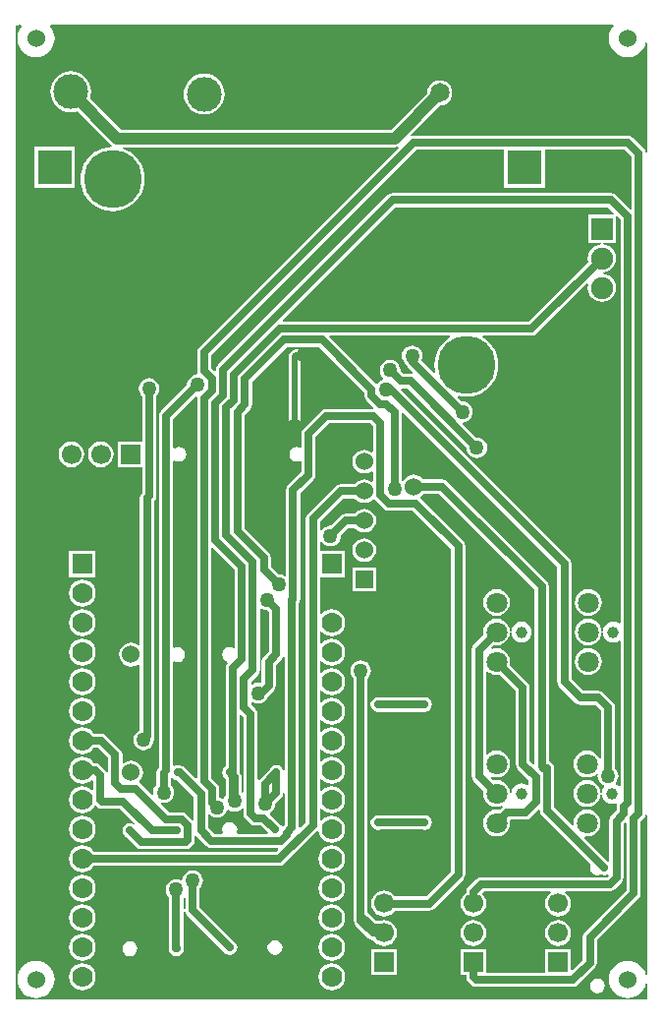
<source format=gtl>
G04 Layer_Physical_Order=1*
G04 Layer_Color=25308*
%FSLAX24Y24*%
%MOIN*%
G70*
G01*
G75*
%ADD10C,0.0394*%
%ADD11C,0.0276*%
%ADD12C,0.0197*%
%ADD13C,0.0650*%
%ADD14C,0.1969*%
%ADD15R,0.1181X0.1181*%
%ADD16C,0.1181*%
%ADD17C,0.0600*%
%ADD18R,0.0600X0.0600*%
%ADD19C,0.0394*%
%ADD20C,0.0709*%
%ADD21C,0.0750*%
%ADD22R,0.0750X0.0750*%
%ADD23C,0.0669*%
%ADD24R,0.0669X0.0669*%
%ADD25R,0.0669X0.0669*%
%ADD26R,0.0700X0.0700*%
%ADD27C,0.0700*%
%ADD28C,0.0500*%
G36*
X19068Y21548D02*
Y17728D01*
X19018Y17723D01*
X19015Y17735D01*
X18960Y17818D01*
X18877Y17873D01*
X18780Y17893D01*
X18682Y17873D01*
X18599Y17818D01*
X18564Y17765D01*
X18229Y17430D01*
X18205Y17394D01*
X18155Y17409D01*
Y19623D01*
X18136Y19715D01*
X18084Y19794D01*
X17931Y19947D01*
Y20023D01*
X17976Y20045D01*
X18003Y20024D01*
X18089Y19989D01*
X18180Y19977D01*
X18271Y19989D01*
X18357Y20024D01*
X18430Y20080D01*
X18486Y20153D01*
X18506Y20204D01*
X18701Y20399D01*
X18754Y20477D01*
X18772Y20570D01*
Y21288D01*
X18907Y21422D01*
X18960Y21458D01*
X19015Y21540D01*
X19018Y21553D01*
X19068Y21548D01*
D02*
G37*
G36*
X28318Y24630D02*
Y20730D01*
X28336Y20637D01*
X28389Y20559D01*
X28949Y19999D01*
X29027Y19946D01*
X29120Y19928D01*
X29610D01*
X29798Y19740D01*
Y18120D01*
X29748Y18110D01*
X29728Y18158D01*
X29655Y18253D01*
X29560Y18326D01*
X29449Y18372D01*
X29331Y18387D01*
X29212Y18372D01*
X29102Y18326D01*
X29007Y18253D01*
X28934Y18158D01*
X28888Y18048D01*
X28872Y17929D01*
X28888Y17811D01*
X28934Y17700D01*
X29007Y17605D01*
X29102Y17532D01*
X29212Y17486D01*
X29331Y17471D01*
X29449Y17486D01*
X29560Y17532D01*
X29646Y17598D01*
X29678Y17586D01*
X29693Y17574D01*
X29687Y17530D01*
X29699Y17439D01*
X29734Y17353D01*
X29790Y17280D01*
X29863Y17224D01*
X29900Y17209D01*
X29914Y17149D01*
X29879Y17104D01*
X29844Y17019D01*
X29836Y16957D01*
X29785D01*
X29773Y17048D01*
X29728Y17158D01*
X29655Y17253D01*
X29560Y17326D01*
X29449Y17372D01*
X29331Y17387D01*
X29212Y17372D01*
X29102Y17326D01*
X29007Y17253D01*
X28934Y17158D01*
X28888Y17048D01*
X28872Y16929D01*
X28888Y16811D01*
X28934Y16700D01*
X29007Y16605D01*
X29102Y16532D01*
X29212Y16487D01*
X29331Y16471D01*
X29449Y16487D01*
X29560Y16532D01*
X29655Y16605D01*
X29728Y16700D01*
X29773Y16811D01*
X29785Y16901D01*
X29836D01*
X29844Y16839D01*
X29879Y16755D01*
X29934Y16682D01*
X30007Y16627D01*
X30091Y16592D01*
X30181Y16580D01*
X30271Y16592D01*
X30312Y16609D01*
X30323Y16603D01*
X30351Y16571D01*
X30336Y16492D01*
Y16349D01*
X30159Y16171D01*
X30106Y16093D01*
X30088Y16000D01*
Y14651D01*
X30041Y14632D01*
X29241Y15432D01*
X29265Y15480D01*
X29331Y15471D01*
X29449Y15487D01*
X29560Y15532D01*
X29655Y15605D01*
X29728Y15700D01*
X29773Y15811D01*
X29789Y15929D01*
X29773Y16048D01*
X29728Y16158D01*
X29655Y16253D01*
X29560Y16326D01*
X29449Y16372D01*
X29331Y16387D01*
X29212Y16372D01*
X29102Y16326D01*
X29007Y16253D01*
X28934Y16158D01*
X28888Y16048D01*
X28872Y15929D01*
X28881Y15863D01*
X28834Y15840D01*
X28212Y16461D01*
X28212Y17789D01*
Y17789D01*
Y17789D01*
X28205Y17826D01*
X28194Y17881D01*
X28194Y17881D01*
Y17881D01*
X28167Y17921D01*
X28141Y17960D01*
X28141D01*
Y17960D01*
X28102Y17986D01*
X28062Y18013D01*
X28062D01*
X28062Y18013D01*
X28042Y18017D01*
Y23950D01*
X28024Y24043D01*
X27971Y24121D01*
X24587Y27506D01*
X24508Y27559D01*
X24415Y27577D01*
X23772D01*
X23739Y27620D01*
X23656Y27684D01*
X23558Y27724D01*
X23454Y27738D01*
X23350Y27724D01*
X23252Y27684D01*
X23169Y27620D01*
X23105Y27536D01*
X23093Y27508D01*
X23092Y27507D01*
X23042Y27517D01*
Y29834D01*
X23067Y29853D01*
X23085Y29863D01*
X28318Y24630D01*
D02*
G37*
G36*
X18303Y23184D02*
X18389Y23149D01*
X18480Y23137D01*
X18489Y23138D01*
X18537Y23090D01*
Y21738D01*
X18359Y21560D01*
X18306Y21481D01*
X18288Y21388D01*
Y20717D01*
X18286Y20714D01*
X18238Y20675D01*
X18180Y20683D01*
X18089Y20671D01*
X18003Y20636D01*
X17976Y20615D01*
X17931Y20637D01*
Y20721D01*
X18161Y20951D01*
X18214Y21030D01*
X18232Y21123D01*
Y23182D01*
X18277Y23204D01*
X18303Y23184D01*
D02*
G37*
G36*
X16105Y30361D02*
X16096Y30319D01*
Y17462D01*
X16050Y17443D01*
X15684Y17809D01*
X15605Y17862D01*
X15512Y17880D01*
X15496D01*
X15433Y17893D01*
X15336Y17873D01*
X15327Y17867D01*
X15282Y17891D01*
Y21385D01*
X15327Y21408D01*
X15336Y21402D01*
X15433Y21383D01*
X15531Y21402D01*
X15613Y21458D01*
X15669Y21540D01*
X15688Y21638D01*
X15669Y21735D01*
X15613Y21818D01*
X15531Y21873D01*
X15433Y21893D01*
X15336Y21873D01*
X15327Y21867D01*
X15282Y21891D01*
Y28202D01*
X15332Y28229D01*
X15391Y28190D01*
X15488Y28170D01*
X15586Y28190D01*
X15668Y28245D01*
X15724Y28328D01*
X15743Y28425D01*
X15724Y28523D01*
X15668Y28605D01*
X15586Y28661D01*
X15488Y28680D01*
X15391Y28661D01*
X15332Y28622D01*
X15282Y28649D01*
Y29610D01*
X16058Y30386D01*
X16105Y30361D01*
D02*
G37*
G36*
X17372Y24519D02*
Y21880D01*
X17328Y21856D01*
X17302Y21873D01*
X17205Y21893D01*
X17107Y21873D01*
X17024Y21818D01*
X16969Y21735D01*
X16950Y21638D01*
X16969Y21540D01*
X17024Y21458D01*
X17106Y21403D01*
X17109Y21401D01*
X17127Y21347D01*
X17089Y21290D01*
X17071Y21197D01*
Y17849D01*
X17024Y17818D01*
X16969Y17735D01*
X16950Y17638D01*
X16969Y17540D01*
X17024Y17458D01*
X17071Y17427D01*
Y16868D01*
X17054Y16847D01*
X17025Y16776D01*
X16973Y16753D01*
X16957Y16766D01*
X16871Y16801D01*
X16848Y16804D01*
Y17076D01*
X16830Y17168D01*
X16777Y17247D01*
X16581Y17443D01*
Y25244D01*
X16627Y25263D01*
X17372Y24519D01*
D02*
G37*
G36*
X17670Y16408D02*
Y16260D01*
X17688Y16167D01*
X17741Y16089D01*
X17909Y15921D01*
X17987Y15868D01*
X18080Y15850D01*
X18256D01*
X18493Y15612D01*
X18473Y15562D01*
X17468D01*
X17439Y15603D01*
X17440Y15612D01*
X17460Y15709D01*
X17440Y15806D01*
X17385Y15889D01*
X17302Y15944D01*
X17205Y15964D01*
X17107Y15944D01*
X17024Y15889D01*
X16969Y15806D01*
X16950Y15709D01*
X16969Y15612D01*
X16970Y15603D01*
X16942Y15562D01*
X16690D01*
X16472Y15780D01*
Y16204D01*
X16522Y16221D01*
X16530Y16210D01*
X16603Y16154D01*
X16689Y16119D01*
X16780Y16107D01*
X16871Y16119D01*
X16957Y16154D01*
X17030Y16210D01*
X17086Y16283D01*
X17115Y16354D01*
X17167Y16377D01*
X17183Y16364D01*
X17269Y16329D01*
X17360Y16317D01*
X17365Y16318D01*
X17370Y16317D01*
X17461Y16329D01*
X17547Y16364D01*
X17620Y16420D01*
X17622Y16424D01*
X17670Y16408D01*
D02*
G37*
G36*
X19068Y16932D02*
Y15880D01*
X19018Y15831D01*
X18954Y15838D01*
X18920Y15889D01*
X18867Y15924D01*
X18567Y16225D01*
X18572Y16251D01*
X18583Y16279D01*
X18650Y16330D01*
X18706Y16403D01*
X18741Y16489D01*
X18753Y16580D01*
X18752Y16589D01*
X18951Y16788D01*
X19004Y16867D01*
X19018Y16937D01*
X19068Y16932D01*
D02*
G37*
G36*
X15336Y17402D02*
X15422Y17385D01*
X15988Y16820D01*
Y16048D01*
X15938Y16027D01*
X15733Y16231D01*
X15654Y16284D01*
X15561Y16302D01*
X15140D01*
X14865Y16578D01*
X14889Y16625D01*
X14961Y16615D01*
X15052Y16628D01*
X15137Y16663D01*
X15210Y16719D01*
X15266Y16792D01*
X15302Y16877D01*
X15314Y16968D01*
X15302Y17060D01*
X15266Y17145D01*
X15210Y17218D01*
X15203Y17224D01*
Y17442D01*
X15253Y17458D01*
X15336Y17402D01*
D02*
G37*
G36*
X26031Y21005D02*
X26141Y20959D01*
X26260Y20943D01*
X26362Y20957D01*
X26908Y20411D01*
Y17930D01*
X26926Y17837D01*
X26979Y17759D01*
X27352Y17385D01*
Y17237D01*
X27307Y17215D01*
X27285Y17231D01*
X27201Y17266D01*
X27110Y17278D01*
X27020Y17266D01*
X26936Y17231D01*
X26863Y17176D01*
X26808Y17104D01*
X26773Y17019D01*
X26765Y16957D01*
X26714D01*
X26703Y17048D01*
X26657Y17158D01*
X26584Y17253D01*
X26489Y17326D01*
X26378Y17372D01*
X26260Y17387D01*
X26158Y17374D01*
X26070Y17462D01*
X26098Y17504D01*
X26141Y17486D01*
X26260Y17471D01*
X26378Y17486D01*
X26489Y17532D01*
X26584Y17605D01*
X26657Y17700D01*
X26702Y17811D01*
X26718Y17929D01*
X26702Y18048D01*
X26657Y18158D01*
X26584Y18253D01*
X26489Y18326D01*
X26378Y18372D01*
X26260Y18387D01*
X26141Y18372D01*
X26031Y18326D01*
X25952Y18266D01*
X25902Y18288D01*
Y21043D01*
X25952Y21065D01*
X26031Y21005D01*
D02*
G37*
G36*
X17670Y19522D02*
Y16986D01*
X17620Y16960D01*
X17612Y16965D01*
Y17473D01*
X17594Y17565D01*
X17556Y17623D01*
Y19571D01*
X17602Y19590D01*
X17670Y19522D01*
D02*
G37*
G36*
X30259Y36588D02*
X30240Y36542D01*
X29362D01*
Y35592D01*
X29803D01*
X29806Y35542D01*
X29713Y35530D01*
X29598Y35482D01*
X29499Y35406D01*
X29422Y35307D01*
X29375Y35191D01*
X29358Y35067D01*
X29374Y34947D01*
X27350Y32922D01*
X19021D01*
X19002Y32969D01*
X22830Y36798D01*
X30050D01*
X30259Y36588D01*
D02*
G37*
G36*
X24680Y32388D02*
X24597Y32337D01*
X24467Y32226D01*
X24356Y32096D01*
X24267Y31950D01*
X24202Y31793D01*
X24162Y31627D01*
X24149Y31457D01*
X24162Y31287D01*
X24184Y31194D01*
X24139Y31169D01*
X23711Y31596D01*
X23741Y31669D01*
X23753Y31760D01*
X23741Y31851D01*
X23706Y31937D01*
X23650Y32010D01*
X23577Y32066D01*
X23491Y32101D01*
X23400Y32113D01*
X23309Y32101D01*
X23223Y32066D01*
X23150Y32010D01*
X23094Y31937D01*
X23059Y31851D01*
X23047Y31760D01*
X23059Y31669D01*
X23094Y31583D01*
X23150Y31510D01*
X23172Y31494D01*
X23176Y31472D01*
X23229Y31393D01*
X23425Y31197D01*
X23424Y31184D01*
X23370Y31143D01*
X23331Y31151D01*
X23112D01*
X23002Y31261D01*
X23003Y31270D01*
X22991Y31361D01*
X22956Y31447D01*
X22900Y31520D01*
X22827Y31576D01*
X22741Y31611D01*
X22650Y31623D01*
X22559Y31611D01*
X22473Y31576D01*
X22400Y31520D01*
X22344Y31447D01*
X22309Y31361D01*
X22297Y31270D01*
X22309Y31179D01*
X22344Y31093D01*
X22400Y31020D01*
X22418Y31007D01*
X22404Y30955D01*
X22333Y30926D01*
X22260Y30870D01*
X22227Y30826D01*
X22163Y30820D01*
X22163Y30820D01*
X20592Y32391D01*
X20611Y32438D01*
X24666D01*
X24680Y32388D01*
D02*
G37*
G36*
X21780Y30517D02*
Y30418D01*
X21798Y30325D01*
X21851Y30247D01*
X22086Y30011D01*
X22085Y30004D01*
X22064Y29962D01*
X20480D01*
X20387Y29944D01*
X20309Y29891D01*
X19709Y29291D01*
X19656Y29213D01*
X19638Y29120D01*
Y28679D01*
X19593Y28656D01*
X19586Y28661D01*
X19488Y28680D01*
X19391Y28661D01*
X19308Y28605D01*
X19253Y28523D01*
X19233Y28425D01*
X19253Y28328D01*
X19308Y28245D01*
X19391Y28190D01*
X19488Y28170D01*
X19586Y28190D01*
X19593Y28195D01*
X19638Y28171D01*
Y27830D01*
X19186Y27379D01*
X19134Y27301D01*
X19115Y27208D01*
Y24319D01*
X19071Y24297D01*
X19047Y24316D01*
X18961Y24351D01*
X18870Y24363D01*
X18861Y24362D01*
X18608Y24615D01*
Y24930D01*
X18590Y25023D01*
X18537Y25102D01*
X17708Y25931D01*
Y29752D01*
X17896Y29940D01*
X17949Y30018D01*
X17967Y30111D01*
X17967Y30111D01*
Y30872D01*
X19157Y32062D01*
X20235D01*
X21780Y30517D01*
D02*
G37*
G36*
X30234Y42937D02*
X30181Y42872D01*
X30122Y42763D01*
X30086Y42643D01*
X30074Y42520D01*
X30086Y42396D01*
X30122Y42277D01*
X30181Y42167D01*
X30260Y42071D01*
X30356Y41992D01*
X30466Y41933D01*
X30585Y41897D01*
X30709Y41885D01*
X30832Y41897D01*
X30951Y41933D01*
X31061Y41992D01*
X31157Y42071D01*
X31236Y42167D01*
X31295Y42277D01*
X31324Y42372D01*
X31374Y42365D01*
Y38658D01*
X31324Y38653D01*
X31314Y38703D01*
X31261Y38781D01*
X30891Y39151D01*
X30813Y39204D01*
X30720Y39222D01*
X23440D01*
X23363Y39207D01*
X23338Y39253D01*
X24326Y40241D01*
X24331Y40241D01*
X24442Y40255D01*
X24545Y40298D01*
X24634Y40366D01*
X24702Y40455D01*
X24745Y40558D01*
X24759Y40669D01*
X24745Y40780D01*
X24702Y40884D01*
X24634Y40972D01*
X24545Y41040D01*
X24442Y41083D01*
X24331Y41098D01*
X24220Y41083D01*
X24116Y41040D01*
X24028Y40972D01*
X23960Y40884D01*
X23917Y40780D01*
X23902Y40669D01*
X23903Y40665D01*
X22671Y39433D01*
X13510D01*
X12463Y40480D01*
X12492Y40573D01*
X12505Y40709D01*
X12492Y40844D01*
X12452Y40974D01*
X12388Y41094D01*
X12302Y41199D01*
X12197Y41286D01*
X12077Y41350D01*
X11946Y41389D01*
X11811Y41403D01*
X11676Y41389D01*
X11545Y41350D01*
X11426Y41286D01*
X11320Y41199D01*
X11234Y41094D01*
X11170Y40974D01*
X11130Y40844D01*
X11117Y40709D01*
X11130Y40573D01*
X11170Y40443D01*
X11234Y40323D01*
X11320Y40218D01*
X11426Y40132D01*
X11545Y40068D01*
X11676Y40028D01*
X11811Y40015D01*
X11946Y40028D01*
X12040Y40056D01*
X13174Y38922D01*
X13213Y38892D01*
X13198Y38841D01*
X13058Y38830D01*
X12892Y38790D01*
X12735Y38725D01*
X12589Y38636D01*
X12459Y38525D01*
X12348Y38395D01*
X12259Y38250D01*
X12194Y38092D01*
X12154Y37926D01*
X12141Y37756D01*
X12154Y37586D01*
X12194Y37420D01*
X12259Y37262D01*
X12348Y37117D01*
X12459Y36987D01*
X12589Y36876D01*
X12735Y36787D01*
X12892Y36722D01*
X13058Y36682D01*
X13228Y36668D01*
X13398Y36682D01*
X13564Y36722D01*
X13722Y36787D01*
X13868Y36876D01*
X13997Y36987D01*
X14108Y37117D01*
X14197Y37262D01*
X14263Y37420D01*
X14303Y37586D01*
X14316Y37756D01*
X14303Y37926D01*
X14263Y38092D01*
X14197Y38250D01*
X14108Y38395D01*
X13997Y38525D01*
X13868Y38636D01*
X13722Y38725D01*
X13578Y38784D01*
X13588Y38834D01*
X22795D01*
X22873Y38845D01*
X22894Y38853D01*
X22904Y38858D01*
X22932Y38815D01*
X16167Y32050D01*
X16115Y31971D01*
X16096Y31879D01*
Y31241D01*
X16108Y31181D01*
X16073Y31129D01*
X16072Y31128D01*
X16019Y31121D01*
X15933Y31086D01*
X15860Y31030D01*
X15804Y30957D01*
X15769Y30871D01*
X15757Y30780D01*
X15758Y30771D01*
X14869Y29881D01*
X14816Y29803D01*
X14798Y29710D01*
Y17810D01*
X14789Y17802D01*
X14737Y17723D01*
X14718Y17631D01*
Y17224D01*
X14711Y17218D01*
X14655Y17145D01*
X14620Y17060D01*
X14608Y16968D01*
X14617Y16897D01*
X14570Y16873D01*
X14171Y17271D01*
X14136Y17295D01*
X14134Y17345D01*
X14144Y17353D01*
X14208Y17436D01*
X14248Y17533D01*
X14262Y17638D01*
X14248Y17742D01*
X14208Y17840D01*
X14144Y17923D01*
X14060Y17987D01*
X13963Y18028D01*
X13858Y18041D01*
X13754Y18028D01*
X13657Y17987D01*
X13612Y17953D01*
X13562Y17978D01*
Y18240D01*
X13544Y18333D01*
X13491Y18411D01*
X13015Y18888D01*
X12936Y18941D01*
X12843Y18959D01*
X12586D01*
X12526Y19037D01*
X12432Y19110D01*
X12322Y19155D01*
X12205Y19170D01*
X12087Y19155D01*
X11978Y19110D01*
X11884Y19037D01*
X11812Y18943D01*
X11766Y18834D01*
X11751Y18717D01*
X11766Y18599D01*
X11812Y18490D01*
X11884Y18396D01*
X11978Y18323D01*
X12087Y18278D01*
X12205Y18263D01*
X12322Y18278D01*
X12432Y18323D01*
X12526Y18396D01*
X12586Y18474D01*
X12743D01*
X13078Y18140D01*
Y17657D01*
X13077Y17657D01*
X13028Y17649D01*
X12981Y17718D01*
X12811Y17888D01*
X12733Y17941D01*
X12640Y17959D01*
X12586D01*
X12526Y18037D01*
X12432Y18110D01*
X12322Y18155D01*
X12205Y18170D01*
X12087Y18155D01*
X11978Y18110D01*
X11884Y18037D01*
X11812Y17943D01*
X11766Y17834D01*
X11751Y17717D01*
X11766Y17599D01*
X11812Y17490D01*
X11884Y17396D01*
X11978Y17323D01*
X12087Y17278D01*
X12205Y17263D01*
X12322Y17278D01*
X12432Y17323D01*
X12518Y17389D01*
X12548Y17381D01*
X12568Y17368D01*
Y17057D01*
X12518Y17044D01*
X12432Y17110D01*
X12322Y17155D01*
X12205Y17170D01*
X12087Y17155D01*
X11978Y17110D01*
X11884Y17037D01*
X11812Y16943D01*
X11766Y16834D01*
X11751Y16717D01*
X11766Y16599D01*
X11812Y16490D01*
X11884Y16396D01*
X11978Y16323D01*
X12087Y16278D01*
X12205Y16263D01*
X12322Y16278D01*
X12432Y16323D01*
X12526Y16396D01*
X12598Y16490D01*
X12608Y16514D01*
X12667Y16526D01*
X12707Y16486D01*
X12785Y16434D01*
X12878Y16415D01*
X13486D01*
X13977Y15924D01*
X13945Y15886D01*
X13916Y15905D01*
X13819Y15924D01*
X13721Y15905D01*
X13639Y15850D01*
X13583Y15767D01*
X13564Y15669D01*
X13583Y15572D01*
X13639Y15489D01*
X13692Y15454D01*
X14037Y15109D01*
X14115Y15056D01*
X14208Y15038D01*
X15702D01*
X15794Y15056D01*
X15873Y15109D01*
X15953Y15189D01*
X16006Y15267D01*
X16024Y15360D01*
Y15472D01*
X16074Y15493D01*
X16419Y15149D01*
X16497Y15096D01*
X16590Y15078D01*
X18839D01*
X18858Y15031D01*
X18786Y14959D01*
X12586D01*
X12526Y15037D01*
X12432Y15110D01*
X12322Y15155D01*
X12205Y15170D01*
X12087Y15155D01*
X11978Y15110D01*
X11884Y15037D01*
X11812Y14943D01*
X11766Y14834D01*
X11751Y14717D01*
X11766Y14599D01*
X11812Y14490D01*
X11884Y14396D01*
X11978Y14323D01*
X12087Y14278D01*
X12205Y14263D01*
X12322Y14278D01*
X12432Y14323D01*
X12526Y14396D01*
X12586Y14474D01*
X18887D01*
X18979Y14493D01*
X19058Y14545D01*
X20172Y15660D01*
X20225Y15642D01*
X20231Y15599D01*
X20276Y15490D01*
X20348Y15396D01*
X20442Y15323D01*
X20552Y15278D01*
X20669Y15263D01*
X20787Y15278D01*
X20896Y15323D01*
X20990Y15396D01*
X21062Y15490D01*
X21108Y15599D01*
X21123Y15717D01*
X21108Y15834D01*
X21062Y15943D01*
X20990Y16037D01*
X20896Y16110D01*
X20787Y16155D01*
X20669Y16170D01*
X20552Y16155D01*
X20442Y16110D01*
X20348Y16037D01*
X20324Y16006D01*
X20274Y16023D01*
Y16411D01*
X20324Y16428D01*
X20348Y16396D01*
X20442Y16323D01*
X20552Y16278D01*
X20669Y16263D01*
X20787Y16278D01*
X20896Y16323D01*
X20990Y16396D01*
X21062Y16490D01*
X21108Y16599D01*
X21123Y16717D01*
X21108Y16834D01*
X21062Y16943D01*
X20990Y17037D01*
X20896Y17110D01*
X20787Y17155D01*
X20669Y17170D01*
X20552Y17155D01*
X20442Y17110D01*
X20348Y17037D01*
X20324Y17006D01*
X20274Y17023D01*
Y17411D01*
X20324Y17428D01*
X20348Y17396D01*
X20442Y17323D01*
X20552Y17278D01*
X20669Y17263D01*
X20787Y17278D01*
X20896Y17323D01*
X20990Y17396D01*
X21062Y17490D01*
X21108Y17599D01*
X21123Y17717D01*
X21108Y17834D01*
X21062Y17943D01*
X20990Y18037D01*
X20896Y18110D01*
X20787Y18155D01*
X20669Y18170D01*
X20552Y18155D01*
X20442Y18110D01*
X20348Y18037D01*
X20324Y18006D01*
X20274Y18023D01*
Y18411D01*
X20324Y18428D01*
X20348Y18396D01*
X20442Y18323D01*
X20552Y18278D01*
X20669Y18263D01*
X20787Y18278D01*
X20896Y18323D01*
X20990Y18396D01*
X21062Y18490D01*
X21108Y18599D01*
X21123Y18717D01*
X21108Y18834D01*
X21062Y18943D01*
X20990Y19037D01*
X20896Y19110D01*
X20787Y19155D01*
X20669Y19170D01*
X20552Y19155D01*
X20442Y19110D01*
X20348Y19037D01*
X20324Y19006D01*
X20274Y19023D01*
Y19411D01*
X20324Y19428D01*
X20348Y19396D01*
X20442Y19323D01*
X20552Y19278D01*
X20669Y19263D01*
X20787Y19278D01*
X20896Y19323D01*
X20990Y19396D01*
X21062Y19490D01*
X21108Y19599D01*
X21123Y19717D01*
X21108Y19834D01*
X21062Y19943D01*
X20990Y20037D01*
X20896Y20110D01*
X20787Y20155D01*
X20669Y20170D01*
X20552Y20155D01*
X20442Y20110D01*
X20348Y20037D01*
X20324Y20006D01*
X20274Y20023D01*
Y20411D01*
X20324Y20428D01*
X20348Y20396D01*
X20442Y20323D01*
X20552Y20278D01*
X20669Y20263D01*
X20787Y20278D01*
X20896Y20323D01*
X20990Y20396D01*
X21062Y20490D01*
X21108Y20599D01*
X21123Y20717D01*
X21108Y20834D01*
X21062Y20943D01*
X20990Y21037D01*
X20896Y21110D01*
X20787Y21155D01*
X20669Y21170D01*
X20552Y21155D01*
X20442Y21110D01*
X20348Y21037D01*
X20324Y21006D01*
X20274Y21023D01*
Y21411D01*
X20324Y21428D01*
X20348Y21396D01*
X20442Y21323D01*
X20552Y21278D01*
X20669Y21263D01*
X20787Y21278D01*
X20896Y21323D01*
X20990Y21396D01*
X21062Y21490D01*
X21108Y21599D01*
X21123Y21717D01*
X21108Y21834D01*
X21062Y21943D01*
X20990Y22037D01*
X20896Y22110D01*
X20787Y22155D01*
X20669Y22170D01*
X20552Y22155D01*
X20442Y22110D01*
X20348Y22037D01*
X20324Y22006D01*
X20274Y22023D01*
Y22411D01*
X20324Y22428D01*
X20348Y22396D01*
X20442Y22323D01*
X20552Y22278D01*
X20669Y22263D01*
X20787Y22278D01*
X20896Y22323D01*
X20990Y22396D01*
X21062Y22490D01*
X21108Y22599D01*
X21123Y22717D01*
X21108Y22834D01*
X21062Y22943D01*
X20990Y23037D01*
X20896Y23110D01*
X20787Y23155D01*
X20669Y23170D01*
X20552Y23155D01*
X20442Y23110D01*
X20348Y23037D01*
X20324Y23006D01*
X20274Y23023D01*
Y24267D01*
X21119D01*
Y25167D01*
X20274D01*
Y25456D01*
X20324Y25471D01*
X20370Y25410D01*
X20443Y25354D01*
X20529Y25319D01*
X20620Y25307D01*
X20711Y25319D01*
X20797Y25354D01*
X20870Y25410D01*
X20926Y25483D01*
X20961Y25569D01*
X20973Y25660D01*
X20972Y25669D01*
X21234Y25931D01*
X21454D01*
X21486Y25888D01*
X21570Y25824D01*
X21667Y25784D01*
X21772Y25770D01*
X21876Y25784D01*
X21973Y25824D01*
X22057Y25888D01*
X22121Y25971D01*
X22161Y26069D01*
X22175Y26173D01*
X22161Y26278D01*
X22121Y26375D01*
X22057Y26458D01*
X21973Y26523D01*
X21876Y26563D01*
X21772Y26577D01*
X21667Y26563D01*
X21570Y26523D01*
X21486Y26458D01*
X21454Y26416D01*
X21133D01*
X21040Y26397D01*
X20962Y26345D01*
X20629Y26012D01*
X20620Y26013D01*
X20529Y26001D01*
X20443Y25966D01*
X20370Y25910D01*
X20324Y25849D01*
X20274Y25864D01*
Y26140D01*
X21065Y26931D01*
X21454D01*
X21486Y26888D01*
X21570Y26824D01*
X21667Y26784D01*
X21772Y26770D01*
X21876Y26784D01*
X21973Y26824D01*
X22057Y26888D01*
X22068Y26902D01*
X22117Y26900D01*
X22126Y26888D01*
X22139Y26869D01*
X22363Y26644D01*
X22393Y26624D01*
X22439Y26579D01*
X22517Y26526D01*
X22610Y26508D01*
X23420D01*
X24718Y25210D01*
Y14300D01*
X23860Y13442D01*
X22806D01*
X22751Y13515D01*
X22660Y13584D01*
X22554Y13628D01*
X22441Y13643D01*
X22327Y13628D01*
X22222Y13584D01*
X22131Y13515D01*
X22061Y13424D01*
X22017Y13318D01*
X22003Y13205D01*
X22017Y13091D01*
X22061Y12986D01*
X22131Y12895D01*
X22222Y12825D01*
X22327Y12781D01*
X22441Y12766D01*
X22554Y12781D01*
X22660Y12825D01*
X22751Y12895D01*
X22799Y12958D01*
X23960D01*
X24053Y12976D01*
X24131Y13029D01*
X25131Y14029D01*
X25184Y14107D01*
X25202Y14200D01*
Y25310D01*
X25202Y25310D01*
X25184Y25403D01*
X25131Y25481D01*
X23691Y26921D01*
X23664Y26940D01*
X23670Y26996D01*
X23739Y27049D01*
X23772Y27092D01*
X24315D01*
X27558Y23850D01*
Y17931D01*
X27511Y17912D01*
X27392Y18030D01*
Y20511D01*
X27374Y20604D01*
X27321Y20683D01*
X26705Y21300D01*
X26718Y21402D01*
X26702Y21520D01*
X26657Y21631D01*
X26584Y21726D01*
X26489Y21798D01*
X26378Y21844D01*
X26260Y21860D01*
X26141Y21844D01*
X26098Y21826D01*
X26070Y21869D01*
X26158Y21957D01*
X26260Y21943D01*
X26378Y21959D01*
X26489Y22005D01*
X26584Y22078D01*
X26657Y22172D01*
X26703Y22283D01*
X26714Y22374D01*
X26765D01*
X26773Y22311D01*
X26808Y22227D01*
X26863Y22155D01*
X26936Y22099D01*
X27020Y22064D01*
X27110Y22053D01*
X27201Y22064D01*
X27285Y22099D01*
X27357Y22155D01*
X27413Y22227D01*
X27447Y22311D01*
X27459Y22402D01*
X27447Y22492D01*
X27413Y22576D01*
X27357Y22648D01*
X27285Y22704D01*
X27201Y22739D01*
X27110Y22751D01*
X27020Y22739D01*
X26936Y22704D01*
X26863Y22648D01*
X26808Y22576D01*
X26773Y22492D01*
X26765Y22430D01*
X26714D01*
X26703Y22520D01*
X26657Y22631D01*
X26584Y22726D01*
X26489Y22798D01*
X26378Y22844D01*
X26260Y22860D01*
X26141Y22844D01*
X26031Y22798D01*
X25936Y22726D01*
X25863Y22631D01*
X25817Y22520D01*
X25802Y22402D01*
X25815Y22300D01*
X25489Y21973D01*
X25436Y21894D01*
X25418Y21802D01*
Y17529D01*
X25436Y17436D01*
X25489Y17358D01*
X25815Y17031D01*
X25802Y16929D01*
X25817Y16811D01*
X25863Y16700D01*
X25936Y16605D01*
X26031Y16532D01*
X26141Y16487D01*
X26260Y16471D01*
X26378Y16487D01*
X26440Y16512D01*
X26463Y16468D01*
X26439Y16451D01*
X26362Y16374D01*
X26260Y16387D01*
X26141Y16372D01*
X26031Y16326D01*
X25936Y16253D01*
X25863Y16158D01*
X25817Y16048D01*
X25802Y15929D01*
X25817Y15811D01*
X25863Y15700D01*
X25936Y15605D01*
X26031Y15532D01*
X26141Y15487D01*
X26260Y15471D01*
X26378Y15487D01*
X26489Y15532D01*
X26584Y15605D01*
X26657Y15700D01*
X26702Y15811D01*
X26718Y15929D01*
X26710Y15988D01*
X26754Y16038D01*
X27234D01*
X27327Y16056D01*
X27406Y16109D01*
X27681Y16384D01*
X27709Y16372D01*
X27727Y16360D01*
X27735Y16324D01*
X27746Y16268D01*
X27746Y16268D01*
Y16268D01*
X27772Y16229D01*
X27798Y16190D01*
X27798D01*
Y16190D01*
X29462Y14526D01*
X29450Y14507D01*
X29430Y14409D01*
X29450Y14312D01*
X29505Y14229D01*
X29587Y14174D01*
X29685Y14155D01*
X29783Y14174D01*
X29814Y14195D01*
X29828Y14185D01*
X29921Y14167D01*
X30014Y14185D01*
X30038Y14201D01*
X30069Y14162D01*
X30010Y14102D01*
X25732D01*
X25732Y14102D01*
X25640Y14084D01*
X25561Y14031D01*
X25301Y13771D01*
X25248Y13693D01*
X25230Y13600D01*
Y13567D01*
X25162Y13515D01*
X25093Y13424D01*
X25049Y13318D01*
X25034Y13205D01*
X25049Y13091D01*
X25093Y12986D01*
X25162Y12895D01*
X25253Y12825D01*
X25359Y12781D01*
X25472Y12766D01*
X25586Y12781D01*
X25692Y12825D01*
X25782Y12895D01*
X25852Y12986D01*
X25896Y13091D01*
X25911Y13205D01*
X25896Y13318D01*
X25852Y13424D01*
X25782Y13515D01*
X25779Y13564D01*
X25833Y13618D01*
X28088D01*
X28105Y13568D01*
X28036Y13515D01*
X27967Y13424D01*
X27923Y13318D01*
X27908Y13205D01*
X27923Y13091D01*
X27967Y12986D01*
X28036Y12895D01*
X28127Y12825D01*
X28233Y12781D01*
X28346Y12766D01*
X28460Y12781D01*
X28566Y12825D01*
X28656Y12895D01*
X28726Y12986D01*
X28770Y13091D01*
X28785Y13205D01*
X28770Y13318D01*
X28726Y13424D01*
X28656Y13515D01*
X28588Y13568D01*
X28605Y13618D01*
X30110D01*
X30203Y13636D01*
X30281Y13689D01*
X30501Y13909D01*
X30554Y13987D01*
X30572Y14080D01*
Y15900D01*
X30621Y15948D01*
X30668Y15929D01*
Y13640D01*
X29259Y12231D01*
X29206Y12153D01*
X29188Y12060D01*
Y11300D01*
X28827Y10940D01*
X28781Y10959D01*
Y11639D01*
X27912D01*
Y10862D01*
X25907D01*
Y11639D01*
X25038D01*
Y10770D01*
X25230D01*
Y10720D01*
X25248Y10627D01*
X25301Y10549D01*
X25401Y10449D01*
X25480Y10396D01*
X25572Y10378D01*
X28850D01*
X28943Y10396D01*
X29021Y10449D01*
X29601Y11029D01*
X29654Y11107D01*
X29672Y11200D01*
Y11960D01*
X31081Y13369D01*
X31134Y13447D01*
X31152Y13540D01*
Y15970D01*
X31261Y16079D01*
X31314Y16157D01*
X31324Y16207D01*
X31374Y16202D01*
Y10785D01*
X31324Y10777D01*
X31295Y10873D01*
X31236Y10982D01*
X31157Y11079D01*
X31061Y11158D01*
X30951Y11216D01*
X30832Y11252D01*
X30709Y11264D01*
X30585Y11252D01*
X30466Y11216D01*
X30356Y11158D01*
X30260Y11079D01*
X30181Y10982D01*
X30122Y10873D01*
X30086Y10754D01*
X30074Y10630D01*
X30086Y10506D01*
X30122Y10387D01*
X30181Y10277D01*
X30260Y10181D01*
X30356Y10102D01*
X30466Y10044D01*
X30585Y10008D01*
X30709Y9995D01*
X30832Y10008D01*
X30951Y10044D01*
X31061Y10102D01*
X31157Y10181D01*
X31236Y10277D01*
X31295Y10387D01*
X31324Y10482D01*
X31374Y10475D01*
Y9945D01*
X9945D01*
Y42968D01*
X10117Y42969D01*
X10140Y42919D01*
X10102Y42872D01*
X10044Y42763D01*
X10008Y42643D01*
X9995Y42520D01*
X10008Y42396D01*
X10044Y42277D01*
X10102Y42167D01*
X10181Y42071D01*
X10277Y41992D01*
X10387Y41933D01*
X10506Y41897D01*
X10630Y41885D01*
X10754Y41897D01*
X10873Y41933D01*
X10982Y41992D01*
X11079Y42071D01*
X11158Y42167D01*
X11216Y42277D01*
X11252Y42396D01*
X11264Y42520D01*
X11252Y42643D01*
X11216Y42763D01*
X11158Y42872D01*
X11119Y42919D01*
X11142Y42969D01*
X30210Y42987D01*
X30234Y42937D01*
D02*
G37*
G36*
X30848Y38510D02*
Y36751D01*
X30801Y36732D01*
X30321Y37211D01*
X30243Y37264D01*
X30150Y37282D01*
X22730D01*
X22637Y37264D01*
X22559Y37211D01*
X16802Y31455D01*
X16749Y31376D01*
X16731Y31283D01*
Y31257D01*
X16685Y31238D01*
X16581Y31342D01*
Y31778D01*
X23540Y38738D01*
X26514D01*
Y37459D01*
X27895D01*
Y38738D01*
X30620D01*
X30848Y38510D01*
D02*
G37*
G36*
X30468Y36380D02*
Y22711D01*
X30418Y22687D01*
X30395Y22704D01*
X30311Y22739D01*
X30220Y22751D01*
X30130Y22739D01*
X30046Y22704D01*
X29974Y22648D01*
X29918Y22576D01*
X29883Y22492D01*
X29875Y22430D01*
X29825D01*
X29813Y22520D01*
X29767Y22631D01*
X29694Y22726D01*
X29599Y22798D01*
X29489Y22844D01*
X29370Y22860D01*
X29252Y22844D01*
X29141Y22798D01*
X29046Y22726D01*
X28973Y22631D01*
X28927Y22520D01*
X28912Y22402D01*
X28927Y22283D01*
X28973Y22172D01*
X29046Y22078D01*
X29141Y22005D01*
X29252Y21959D01*
X29370Y21943D01*
X29489Y21959D01*
X29599Y22005D01*
X29694Y22078D01*
X29767Y22172D01*
X29813Y22283D01*
X29825Y22374D01*
X29875D01*
X29883Y22311D01*
X29918Y22227D01*
X29974Y22155D01*
X30046Y22099D01*
X30130Y22064D01*
X30220Y22053D01*
X30311Y22064D01*
X30395Y22099D01*
X30418Y22117D01*
X30468Y22092D01*
Y17200D01*
X30418Y17184D01*
X30356Y17231D01*
X30323Y17245D01*
X30321Y17246D01*
X30309Y17305D01*
X30346Y17353D01*
X30381Y17439D01*
X30393Y17530D01*
X30381Y17621D01*
X30346Y17707D01*
X30290Y17780D01*
X30282Y17785D01*
Y19840D01*
X30264Y19933D01*
X30211Y20011D01*
X29881Y20341D01*
X29803Y20394D01*
X29710Y20412D01*
X29220D01*
X28802Y20830D01*
Y24730D01*
X28784Y24823D01*
X28731Y24901D01*
X23017Y30616D01*
X23037Y30666D01*
X23231D01*
X25238Y28659D01*
X25237Y28650D01*
X25249Y28559D01*
X25284Y28473D01*
X25340Y28400D01*
X25413Y28344D01*
X25499Y28309D01*
X25590Y28297D01*
X25681Y28309D01*
X25767Y28344D01*
X25840Y28400D01*
X25896Y28473D01*
X25931Y28559D01*
X25943Y28650D01*
X25931Y28741D01*
X25896Y28827D01*
X25840Y28900D01*
X25767Y28956D01*
X25681Y28991D01*
X25590Y29003D01*
X25581Y29002D01*
X25119Y29464D01*
X25137Y29516D01*
X25191Y29524D01*
X25277Y29559D01*
X25350Y29615D01*
X25406Y29688D01*
X25441Y29773D01*
X25453Y29865D01*
X25441Y29956D01*
X25406Y30041D01*
X25350Y30114D01*
X25277Y30170D01*
X25191Y30206D01*
X25100Y30218D01*
X25091Y30216D01*
X24948Y30359D01*
X24974Y30405D01*
X25066Y30382D01*
X25236Y30369D01*
X25406Y30382D01*
X25572Y30422D01*
X25730Y30488D01*
X25875Y30577D01*
X26005Y30688D01*
X26116Y30817D01*
X26205Y30963D01*
X26271Y31121D01*
X26310Y31287D01*
X26324Y31457D01*
X26310Y31627D01*
X26271Y31793D01*
X26205Y31950D01*
X26116Y32096D01*
X26005Y32226D01*
X25875Y32337D01*
X25792Y32388D01*
X25806Y32438D01*
X27450D01*
X27543Y32456D01*
X27622Y32509D01*
X29332Y34219D01*
X29375Y34191D01*
X29358Y34067D01*
X29375Y33943D01*
X29422Y33827D01*
X29499Y33728D01*
X29598Y33652D01*
X29713Y33604D01*
X29837Y33588D01*
X29961Y33604D01*
X30077Y33652D01*
X30176Y33728D01*
X30252Y33827D01*
X30300Y33943D01*
X30316Y34067D01*
X30300Y34191D01*
X30252Y34307D01*
X30176Y34406D01*
X30077Y34482D01*
X29961Y34530D01*
X29870Y34542D01*
Y34592D01*
X29961Y34604D01*
X30077Y34652D01*
X30176Y34728D01*
X30252Y34827D01*
X30300Y34943D01*
X30316Y35067D01*
X30300Y35191D01*
X30252Y35307D01*
X30176Y35406D01*
X30077Y35482D01*
X29961Y35530D01*
X29869Y35542D01*
X29872Y35592D01*
X30312D01*
Y36469D01*
X30359Y36489D01*
X30468Y36380D01*
D02*
G37*
G36*
X22068Y29390D02*
Y28513D01*
X22018Y28489D01*
X21973Y28523D01*
X21876Y28563D01*
X21772Y28577D01*
X21667Y28563D01*
X21570Y28523D01*
X21486Y28458D01*
X21422Y28375D01*
X21382Y28278D01*
X21368Y28173D01*
X21382Y28069D01*
X21422Y27971D01*
X21486Y27888D01*
X21570Y27824D01*
X21667Y27784D01*
X21772Y27770D01*
X21876Y27784D01*
X21973Y27824D01*
X22018Y27858D01*
X22068Y27833D01*
Y27513D01*
X22018Y27489D01*
X21973Y27523D01*
X21876Y27563D01*
X21772Y27577D01*
X21667Y27563D01*
X21570Y27523D01*
X21486Y27459D01*
X21454Y27416D01*
X20965D01*
X20872Y27397D01*
X20793Y27345D01*
X19860Y26411D01*
X19807Y26333D01*
X19789Y26240D01*
Y15962D01*
X19599Y15772D01*
X19552Y15796D01*
Y23382D01*
X19582Y23426D01*
X19600Y23518D01*
Y27107D01*
X20051Y27559D01*
X20104Y27637D01*
X20122Y27730D01*
Y29020D01*
X20580Y29478D01*
X21980D01*
X22068Y29390D01*
D02*
G37*
%LPC*%
G36*
X12205Y13170D02*
X12087Y13155D01*
X11978Y13110D01*
X11884Y13037D01*
X11812Y12943D01*
X11766Y12834D01*
X11751Y12717D01*
X11766Y12599D01*
X11812Y12490D01*
X11884Y12396D01*
X11978Y12323D01*
X12087Y12278D01*
X12205Y12263D01*
X12322Y12278D01*
X12432Y12323D01*
X12526Y12396D01*
X12598Y12490D01*
X12643Y12599D01*
X12659Y12717D01*
X12643Y12834D01*
X12598Y12943D01*
X12526Y13037D01*
X12432Y13110D01*
X12322Y13155D01*
X12205Y13170D01*
D02*
G37*
G36*
X20669D02*
X20552Y13155D01*
X20442Y13110D01*
X20348Y13037D01*
X20276Y12943D01*
X20231Y12834D01*
X20215Y12717D01*
X20231Y12599D01*
X20276Y12490D01*
X20348Y12396D01*
X20442Y12323D01*
X20552Y12278D01*
X20669Y12263D01*
X20787Y12278D01*
X20896Y12323D01*
X20990Y12396D01*
X21062Y12490D01*
X21108Y12599D01*
X21123Y12717D01*
X21108Y12834D01*
X21062Y12943D01*
X20990Y13037D01*
X20896Y13110D01*
X20787Y13155D01*
X20669Y13170D01*
D02*
G37*
G36*
X28346Y12643D02*
X28233Y12628D01*
X28127Y12584D01*
X28036Y12515D01*
X27967Y12424D01*
X27923Y12318D01*
X27908Y12205D01*
X27923Y12091D01*
X27967Y11986D01*
X28036Y11895D01*
X28127Y11825D01*
X28233Y11781D01*
X28346Y11766D01*
X28460Y11781D01*
X28566Y11825D01*
X28656Y11895D01*
X28726Y11986D01*
X28770Y12091D01*
X28785Y12205D01*
X28770Y12318D01*
X28726Y12424D01*
X28656Y12515D01*
X28566Y12584D01*
X28460Y12628D01*
X28346Y12643D01*
D02*
G37*
G36*
X21650Y21443D02*
X21559Y21431D01*
X21473Y21396D01*
X21400Y21340D01*
X21344Y21267D01*
X21309Y21181D01*
X21297Y21090D01*
X21309Y20999D01*
X21344Y20913D01*
X21400Y20840D01*
X21408Y20835D01*
Y12800D01*
Y12635D01*
X21426Y12542D01*
X21479Y12463D01*
X21909Y12033D01*
X21987Y11981D01*
X22079Y11962D01*
X22131Y11895D01*
X22222Y11825D01*
X22327Y11781D01*
X22441Y11766D01*
X22554Y11781D01*
X22660Y11825D01*
X22751Y11895D01*
X22821Y11986D01*
X22864Y12091D01*
X22879Y12205D01*
X22864Y12318D01*
X22821Y12424D01*
X22751Y12515D01*
X22660Y12584D01*
X22554Y12628D01*
X22441Y12643D01*
X22327Y12628D01*
X22311Y12621D01*
X22256Y12632D01*
X22160D01*
X21892Y12900D01*
Y20835D01*
X21900Y20840D01*
X21956Y20913D01*
X21991Y20999D01*
X22003Y21090D01*
X21991Y21181D01*
X21956Y21267D01*
X21900Y21340D01*
X21827Y21396D01*
X21741Y21431D01*
X21650Y21443D01*
D02*
G37*
G36*
X12205Y14170D02*
X12087Y14155D01*
X11978Y14110D01*
X11884Y14037D01*
X11812Y13943D01*
X11766Y13834D01*
X11751Y13717D01*
X11766Y13599D01*
X11812Y13490D01*
X11884Y13396D01*
X11978Y13323D01*
X12087Y13278D01*
X12205Y13263D01*
X12322Y13278D01*
X12432Y13323D01*
X12526Y13396D01*
X12598Y13490D01*
X12643Y13599D01*
X12659Y13717D01*
X12643Y13834D01*
X12598Y13943D01*
X12526Y14037D01*
X12432Y14110D01*
X12322Y14155D01*
X12205Y14170D01*
D02*
G37*
G36*
X20669Y15170D02*
X20552Y15155D01*
X20442Y15110D01*
X20348Y15037D01*
X20276Y14943D01*
X20231Y14834D01*
X20215Y14717D01*
X20231Y14599D01*
X20276Y14490D01*
X20348Y14396D01*
X20442Y14323D01*
X20552Y14278D01*
X20669Y14263D01*
X20787Y14278D01*
X20896Y14323D01*
X20990Y14396D01*
X21062Y14490D01*
X21108Y14599D01*
X21123Y14717D01*
X21108Y14834D01*
X21062Y14943D01*
X20990Y15037D01*
X20896Y15110D01*
X20787Y15155D01*
X20669Y15170D01*
D02*
G37*
G36*
X12205Y16170D02*
X12087Y16155D01*
X11978Y16110D01*
X11884Y16037D01*
X11812Y15943D01*
X11766Y15834D01*
X11751Y15717D01*
X11766Y15599D01*
X11812Y15490D01*
X11884Y15396D01*
X11978Y15323D01*
X12087Y15278D01*
X12205Y15263D01*
X12322Y15278D01*
X12432Y15323D01*
X12526Y15396D01*
X12598Y15490D01*
X12643Y15599D01*
X12659Y15717D01*
X12643Y15834D01*
X12598Y15943D01*
X12526Y16037D01*
X12432Y16110D01*
X12322Y16155D01*
X12205Y16170D01*
D02*
G37*
G36*
X20669Y14170D02*
X20552Y14155D01*
X20442Y14110D01*
X20348Y14037D01*
X20276Y13943D01*
X20231Y13834D01*
X20215Y13717D01*
X20231Y13599D01*
X20276Y13490D01*
X20348Y13396D01*
X20442Y13323D01*
X20552Y13278D01*
X20669Y13263D01*
X20787Y13278D01*
X20896Y13323D01*
X20990Y13396D01*
X21062Y13490D01*
X21108Y13599D01*
X21123Y13717D01*
X21108Y13834D01*
X21062Y13943D01*
X20990Y14037D01*
X20896Y14110D01*
X20787Y14155D01*
X20669Y14170D01*
D02*
G37*
G36*
X15945Y14329D02*
X15853Y14317D01*
X15768Y14282D01*
X15695Y14226D01*
X15639Y14153D01*
X15604Y14068D01*
X15597Y14015D01*
X15592Y14009D01*
X15543Y13986D01*
X15481Y14011D01*
X15390Y14023D01*
X15299Y14011D01*
X15213Y13976D01*
X15140Y13920D01*
X15084Y13847D01*
X15049Y13761D01*
X15037Y13670D01*
X15049Y13579D01*
X15084Y13493D01*
X15140Y13420D01*
X15148Y13415D01*
Y11713D01*
X15139Y11669D01*
X15158Y11572D01*
X15213Y11489D01*
X15296Y11434D01*
X15394Y11414D01*
X15491Y11434D01*
X15574Y11489D01*
X15629Y11572D01*
X15649Y11669D01*
X15632Y11750D01*
Y13393D01*
X15652Y13409D01*
X15702Y13385D01*
Y13058D01*
X15688Y12983D01*
X15706Y12891D01*
X15759Y12812D01*
X16989Y11581D01*
X17024Y11528D01*
X17107Y11473D01*
X17205Y11454D01*
X17302Y11473D01*
X17385Y11528D01*
X17440Y11611D01*
X17460Y11709D01*
X17440Y11806D01*
X17385Y11889D01*
X17332Y11924D01*
X16187Y13069D01*
Y13721D01*
X16194Y13727D01*
X16251Y13800D01*
X16286Y13885D01*
X16298Y13976D01*
X16286Y14068D01*
X16251Y14153D01*
X16194Y14226D01*
X16121Y14282D01*
X16036Y14317D01*
X15945Y14329D01*
D02*
G37*
G36*
X25472Y12643D02*
X25359Y12628D01*
X25253Y12584D01*
X25162Y12515D01*
X25093Y12424D01*
X25049Y12318D01*
X25034Y12205D01*
X25049Y12091D01*
X25093Y11986D01*
X25162Y11895D01*
X25253Y11825D01*
X25359Y11781D01*
X25472Y11766D01*
X25586Y11781D01*
X25692Y11825D01*
X25782Y11895D01*
X25852Y11986D01*
X25896Y12091D01*
X25911Y12205D01*
X25896Y12318D01*
X25852Y12424D01*
X25782Y12515D01*
X25692Y12584D01*
X25586Y12628D01*
X25472Y12643D01*
D02*
G37*
G36*
X12205Y11170D02*
X12087Y11155D01*
X11978Y11110D01*
X11884Y11037D01*
X11812Y10943D01*
X11766Y10834D01*
X11751Y10717D01*
X11766Y10599D01*
X11812Y10490D01*
X11884Y10396D01*
X11978Y10323D01*
X12087Y10278D01*
X12205Y10263D01*
X12322Y10278D01*
X12432Y10323D01*
X12526Y10396D01*
X12598Y10490D01*
X12643Y10599D01*
X12659Y10717D01*
X12643Y10834D01*
X12598Y10943D01*
X12526Y11037D01*
X12432Y11110D01*
X12322Y11155D01*
X12205Y11170D01*
D02*
G37*
G36*
X20669D02*
X20552Y11155D01*
X20442Y11110D01*
X20348Y11037D01*
X20276Y10943D01*
X20231Y10834D01*
X20215Y10717D01*
X20231Y10599D01*
X20276Y10490D01*
X20348Y10396D01*
X20442Y10323D01*
X20552Y10278D01*
X20669Y10263D01*
X20787Y10278D01*
X20896Y10323D01*
X20990Y10396D01*
X21062Y10490D01*
X21108Y10599D01*
X21123Y10717D01*
X21108Y10834D01*
X21062Y10943D01*
X20990Y11037D01*
X20896Y11110D01*
X20787Y11155D01*
X20669Y11170D01*
D02*
G37*
G36*
X10630Y11264D02*
X10506Y11252D01*
X10387Y11216D01*
X10277Y11158D01*
X10181Y11079D01*
X10102Y10982D01*
X10044Y10873D01*
X10008Y10754D01*
X9995Y10630D01*
X10008Y10506D01*
X10044Y10387D01*
X10102Y10277D01*
X10181Y10181D01*
X10277Y10102D01*
X10387Y10044D01*
X10506Y10008D01*
X10630Y9995D01*
X10754Y10008D01*
X10873Y10044D01*
X10982Y10102D01*
X11079Y10181D01*
X11158Y10277D01*
X11216Y10387D01*
X11252Y10506D01*
X11264Y10630D01*
X11252Y10754D01*
X11216Y10873D01*
X11158Y10982D01*
X11079Y11079D01*
X10982Y11158D01*
X10873Y11216D01*
X10754Y11252D01*
X10630Y11264D01*
D02*
G37*
G36*
X29685Y10664D02*
X29587Y10645D01*
X29505Y10590D01*
X29450Y10507D01*
X29430Y10409D01*
X29450Y10312D01*
X29505Y10229D01*
X29587Y10174D01*
X29685Y10155D01*
X29783Y10174D01*
X29865Y10229D01*
X29921Y10312D01*
X29940Y10409D01*
X29921Y10507D01*
X29865Y10590D01*
X29783Y10645D01*
X29685Y10664D01*
D02*
G37*
G36*
X22876Y11639D02*
X22006D01*
Y10770D01*
X22876D01*
Y11639D01*
D02*
G37*
G36*
X13819Y11924D02*
X13721Y11905D01*
X13639Y11850D01*
X13583Y11767D01*
X13564Y11669D01*
X13583Y11572D01*
X13639Y11489D01*
X13721Y11434D01*
X13819Y11414D01*
X13916Y11434D01*
X13999Y11489D01*
X14054Y11572D01*
X14074Y11669D01*
X14054Y11767D01*
X13999Y11850D01*
X13916Y11905D01*
X13819Y11924D01*
D02*
G37*
G36*
X18740Y11964D02*
X18643Y11944D01*
X18560Y11889D01*
X18505Y11806D01*
X18485Y11709D01*
X18505Y11611D01*
X18560Y11528D01*
X18643Y11473D01*
X18740Y11454D01*
X18838Y11473D01*
X18920Y11528D01*
X18976Y11611D01*
X18995Y11709D01*
X18976Y11806D01*
X18920Y11889D01*
X18838Y11944D01*
X18740Y11964D01*
D02*
G37*
G36*
X12205Y12170D02*
X12087Y12155D01*
X11978Y12110D01*
X11884Y12037D01*
X11812Y11943D01*
X11766Y11834D01*
X11751Y11717D01*
X11766Y11599D01*
X11812Y11490D01*
X11884Y11396D01*
X11978Y11323D01*
X12087Y11278D01*
X12205Y11263D01*
X12322Y11278D01*
X12432Y11323D01*
X12526Y11396D01*
X12598Y11490D01*
X12643Y11599D01*
X12659Y11717D01*
X12643Y11834D01*
X12598Y11943D01*
X12526Y12037D01*
X12432Y12110D01*
X12322Y12155D01*
X12205Y12170D01*
D02*
G37*
G36*
X20669D02*
X20552Y12155D01*
X20442Y12110D01*
X20348Y12037D01*
X20276Y11943D01*
X20231Y11834D01*
X20215Y11717D01*
X20231Y11599D01*
X20276Y11490D01*
X20348Y11396D01*
X20442Y11323D01*
X20552Y11278D01*
X20669Y11263D01*
X20787Y11278D01*
X20896Y11323D01*
X20990Y11396D01*
X21062Y11490D01*
X21108Y11599D01*
X21123Y11717D01*
X21108Y11834D01*
X21062Y11943D01*
X20990Y12037D01*
X20896Y12110D01*
X20787Y12155D01*
X20669Y12170D01*
D02*
G37*
G36*
X29370Y21860D02*
X29251Y21844D01*
X29141Y21798D01*
X29046Y21726D01*
X28973Y21631D01*
X28927Y21520D01*
X28912Y21402D01*
X28927Y21283D01*
X28973Y21172D01*
X29046Y21078D01*
X29141Y21005D01*
X29251Y20959D01*
X29370Y20943D01*
X29489Y20959D01*
X29599Y21005D01*
X29694Y21078D01*
X29767Y21172D01*
X29813Y21283D01*
X29828Y21402D01*
X29813Y21520D01*
X29767Y21631D01*
X29694Y21726D01*
X29599Y21798D01*
X29489Y21844D01*
X29370Y21860D01*
D02*
G37*
G36*
X12205Y22170D02*
X12087Y22155D01*
X11978Y22110D01*
X11884Y22037D01*
X11812Y21943D01*
X11766Y21834D01*
X11751Y21717D01*
X11766Y21599D01*
X11812Y21490D01*
X11884Y21396D01*
X11978Y21323D01*
X12087Y21278D01*
X12205Y21263D01*
X12322Y21278D01*
X12432Y21323D01*
X12526Y21396D01*
X12598Y21490D01*
X12643Y21599D01*
X12659Y21717D01*
X12643Y21834D01*
X12598Y21943D01*
X12526Y22037D01*
X12432Y22110D01*
X12322Y22155D01*
X12205Y22170D01*
D02*
G37*
G36*
Y21170D02*
X12087Y21155D01*
X11978Y21110D01*
X11884Y21037D01*
X11812Y20943D01*
X11766Y20834D01*
X11751Y20717D01*
X11766Y20599D01*
X11812Y20490D01*
X11884Y20396D01*
X11978Y20323D01*
X12087Y20278D01*
X12205Y20263D01*
X12322Y20278D01*
X12432Y20323D01*
X12526Y20396D01*
X12598Y20490D01*
X12643Y20599D01*
X12659Y20717D01*
X12643Y20834D01*
X12598Y20943D01*
X12526Y21037D01*
X12432Y21110D01*
X12322Y21155D01*
X12205Y21170D01*
D02*
G37*
G36*
X19724Y31974D02*
X19449D01*
X19371Y31959D01*
X19306Y31915D01*
X19266Y31875D01*
X19223Y31810D01*
X19207Y31732D01*
Y29370D01*
X19223Y29293D01*
X19266Y29227D01*
X19332Y29183D01*
X19409Y29168D01*
X19487Y29183D01*
X19553Y29227D01*
X19596Y29293D01*
X19612Y29370D01*
Y31569D01*
X19724D01*
X19802Y31585D01*
X19867Y31629D01*
X19911Y31694D01*
X19927Y31772D01*
X19911Y31849D01*
X19867Y31915D01*
X19802Y31959D01*
X19724Y31974D01*
D02*
G37*
G36*
X22172Y24573D02*
X21372D01*
Y23773D01*
X22172D01*
Y24573D01*
D02*
G37*
G36*
X26260Y23860D02*
X26141Y23844D01*
X26031Y23798D01*
X25936Y23726D01*
X25863Y23631D01*
X25817Y23520D01*
X25802Y23402D01*
X25817Y23283D01*
X25863Y23172D01*
X25936Y23078D01*
X26031Y23005D01*
X26141Y22959D01*
X26260Y22943D01*
X26378Y22959D01*
X26489Y23005D01*
X26584Y23078D01*
X26657Y23172D01*
X26702Y23283D01*
X26718Y23402D01*
X26702Y23520D01*
X26657Y23631D01*
X26584Y23726D01*
X26489Y23798D01*
X26378Y23844D01*
X26260Y23860D01*
D02*
G37*
G36*
X29370D02*
X29251Y23844D01*
X29141Y23798D01*
X29046Y23726D01*
X28973Y23631D01*
X28927Y23520D01*
X28912Y23402D01*
X28927Y23283D01*
X28973Y23172D01*
X29046Y23078D01*
X29141Y23005D01*
X29251Y22959D01*
X29370Y22943D01*
X29489Y22959D01*
X29599Y23005D01*
X29694Y23078D01*
X29767Y23172D01*
X29813Y23283D01*
X29828Y23402D01*
X29813Y23520D01*
X29767Y23631D01*
X29694Y23726D01*
X29599Y23798D01*
X29489Y23844D01*
X29370Y23860D01*
D02*
G37*
G36*
X14470Y31003D02*
X14379Y30991D01*
X14293Y30956D01*
X14220Y30900D01*
X14164Y30827D01*
X14129Y30741D01*
X14117Y30650D01*
X14129Y30559D01*
X14164Y30473D01*
X14220Y30400D01*
X14228Y30395D01*
Y28860D01*
X13400D01*
Y27991D01*
X14228D01*
Y27110D01*
X14176Y27033D01*
X14158Y26940D01*
Y21975D01*
X14108Y21951D01*
X14060Y21987D01*
X13963Y22028D01*
X13858Y22041D01*
X13754Y22028D01*
X13657Y21987D01*
X13573Y21923D01*
X13509Y21840D01*
X13469Y21742D01*
X13455Y21638D01*
X13469Y21533D01*
X13509Y21436D01*
X13573Y21353D01*
X13657Y21288D01*
X13754Y21248D01*
X13858Y21234D01*
X13963Y21248D01*
X14060Y21288D01*
X14108Y21325D01*
X14158Y21300D01*
Y19078D01*
X14103Y19056D01*
X14030Y19000D01*
X13974Y18927D01*
X13939Y18841D01*
X13927Y18750D01*
X13939Y18659D01*
X13974Y18573D01*
X14030Y18500D01*
X14103Y18444D01*
X14189Y18409D01*
X14280Y18397D01*
X14371Y18409D01*
X14457Y18444D01*
X14530Y18500D01*
X14586Y18573D01*
X14621Y18659D01*
X14633Y18750D01*
X14627Y18794D01*
X14635Y18834D01*
X14642Y18870D01*
Y26840D01*
X14694Y26917D01*
X14712Y27010D01*
Y30395D01*
X14720Y30400D01*
X14776Y30473D01*
X14811Y30559D01*
X14823Y30650D01*
X14811Y30741D01*
X14776Y30827D01*
X14720Y30900D01*
X14647Y30956D01*
X14561Y30991D01*
X14470Y31003D01*
D02*
G37*
G36*
X12205Y23170D02*
X12087Y23155D01*
X11978Y23110D01*
X11884Y23037D01*
X11812Y22943D01*
X11766Y22834D01*
X11751Y22717D01*
X11766Y22599D01*
X11812Y22490D01*
X11884Y22396D01*
X11978Y22323D01*
X12087Y22278D01*
X12205Y22263D01*
X12322Y22278D01*
X12432Y22323D01*
X12526Y22396D01*
X12598Y22490D01*
X12643Y22599D01*
X12659Y22717D01*
X12643Y22834D01*
X12598Y22943D01*
X12526Y23037D01*
X12432Y23110D01*
X12322Y23155D01*
X12205Y23170D01*
D02*
G37*
G36*
X23819Y20200D02*
X23756Y20187D01*
X22307D01*
X22244Y20200D01*
X22147Y20180D01*
X22064Y20125D01*
X22009Y20042D01*
X21989Y19945D01*
X22009Y19847D01*
X22064Y19765D01*
X22147Y19709D01*
X22244Y19690D01*
X22307Y19702D01*
X23756D01*
X23819Y19690D01*
X23916Y19709D01*
X23999Y19765D01*
X24054Y19847D01*
X24074Y19945D01*
X24054Y20042D01*
X23999Y20125D01*
X23916Y20180D01*
X23819Y20200D01*
D02*
G37*
G36*
X16339Y41324D02*
X16203Y41310D01*
X16073Y41271D01*
X15953Y41207D01*
X15848Y41121D01*
X15762Y41015D01*
X15698Y40895D01*
X15658Y40765D01*
X15645Y40630D01*
X15658Y40495D01*
X15698Y40364D01*
X15762Y40244D01*
X15848Y40139D01*
X15953Y40053D01*
X16073Y39989D01*
X16203Y39949D01*
X16339Y39936D01*
X16474Y39949D01*
X16604Y39989D01*
X16724Y40053D01*
X16829Y40139D01*
X16916Y40244D01*
X16980Y40364D01*
X17019Y40495D01*
X17032Y40630D01*
X17019Y40765D01*
X16980Y40895D01*
X16916Y41015D01*
X16829Y41121D01*
X16724Y41207D01*
X16604Y41271D01*
X16474Y41310D01*
X16339Y41324D01*
D02*
G37*
G36*
X12835Y28864D02*
X12721Y28849D01*
X12615Y28805D01*
X12525Y28735D01*
X12455Y28644D01*
X12411Y28539D01*
X12396Y28425D01*
X12411Y28312D01*
X12455Y28206D01*
X12525Y28115D01*
X12615Y28046D01*
X12721Y28002D01*
X12835Y27987D01*
X12948Y28002D01*
X13054Y28046D01*
X13145Y28115D01*
X13214Y28206D01*
X13258Y28312D01*
X13273Y28425D01*
X13258Y28539D01*
X13214Y28644D01*
X13145Y28735D01*
X13054Y28805D01*
X12948Y28849D01*
X12835Y28864D01*
D02*
G37*
G36*
X12205Y24170D02*
X12087Y24155D01*
X11978Y24110D01*
X11884Y24037D01*
X11812Y23943D01*
X11766Y23834D01*
X11751Y23717D01*
X11766Y23599D01*
X11812Y23490D01*
X11884Y23396D01*
X11978Y23323D01*
X12087Y23278D01*
X12205Y23263D01*
X12322Y23278D01*
X12432Y23323D01*
X12526Y23396D01*
X12598Y23490D01*
X12643Y23599D01*
X12659Y23717D01*
X12643Y23834D01*
X12598Y23943D01*
X12526Y24037D01*
X12432Y24110D01*
X12322Y24155D01*
X12205Y24170D01*
D02*
G37*
G36*
X23819Y16200D02*
X23782Y16192D01*
X22281D01*
X22244Y16200D01*
X22147Y16180D01*
X22064Y16125D01*
X22009Y16042D01*
X21989Y15945D01*
X22009Y15847D01*
X22064Y15765D01*
X22147Y15709D01*
X22244Y15690D01*
X22332Y15708D01*
X23731D01*
X23819Y15690D01*
X23916Y15709D01*
X23999Y15765D01*
X24054Y15847D01*
X24074Y15945D01*
X24054Y16042D01*
X23999Y16125D01*
X23916Y16180D01*
X23819Y16200D01*
D02*
G37*
G36*
X11950Y38840D02*
X10569D01*
Y37459D01*
X11950D01*
Y38840D01*
D02*
G37*
G36*
X12205Y20170D02*
X12087Y20155D01*
X11978Y20110D01*
X11884Y20037D01*
X11812Y19943D01*
X11766Y19834D01*
X11751Y19717D01*
X11766Y19599D01*
X11812Y19490D01*
X11884Y19396D01*
X11978Y19323D01*
X12087Y19278D01*
X12205Y19263D01*
X12322Y19278D01*
X12432Y19323D01*
X12526Y19396D01*
X12598Y19490D01*
X12643Y19599D01*
X12659Y19717D01*
X12643Y19834D01*
X12598Y19943D01*
X12526Y20037D01*
X12432Y20110D01*
X12322Y20155D01*
X12205Y20170D01*
D02*
G37*
G36*
X12655Y25167D02*
X11755D01*
Y24267D01*
X12655D01*
Y25167D01*
D02*
G37*
G36*
X11835Y28864D02*
X11721Y28849D01*
X11615Y28805D01*
X11525Y28735D01*
X11455Y28644D01*
X11411Y28539D01*
X11396Y28425D01*
X11411Y28312D01*
X11455Y28206D01*
X11525Y28115D01*
X11615Y28046D01*
X11721Y28002D01*
X11835Y27987D01*
X11948Y28002D01*
X12054Y28046D01*
X12145Y28115D01*
X12214Y28206D01*
X12258Y28312D01*
X12273Y28425D01*
X12258Y28539D01*
X12214Y28644D01*
X12145Y28735D01*
X12054Y28805D01*
X11948Y28849D01*
X11835Y28864D01*
D02*
G37*
G36*
X21772Y25577D02*
X21667Y25563D01*
X21570Y25523D01*
X21486Y25459D01*
X21422Y25375D01*
X21382Y25278D01*
X21368Y25173D01*
X21382Y25069D01*
X21422Y24971D01*
X21486Y24888D01*
X21570Y24824D01*
X21667Y24784D01*
X21772Y24770D01*
X21876Y24784D01*
X21973Y24824D01*
X22057Y24888D01*
X22121Y24971D01*
X22161Y25069D01*
X22175Y25173D01*
X22161Y25278D01*
X22121Y25375D01*
X22057Y25459D01*
X21973Y25523D01*
X21876Y25563D01*
X21772Y25577D01*
D02*
G37*
%LPD*%
D10*
X11811Y40709D02*
X13386Y39134D01*
X22795D01*
X24331Y40669D01*
D11*
X20965Y27173D02*
X21772D01*
X20031Y26240D02*
X20965Y27173D01*
X20031Y15861D02*
Y26240D01*
X18887Y14717D02*
X20031Y15861D01*
X12205Y14717D02*
X18887D01*
X18780Y16960D02*
Y17638D01*
X18400Y16580D02*
X18780Y16960D01*
X22244Y15945D02*
X22249Y15950D01*
X23814D01*
X23819Y15945D01*
X18480Y23490D02*
X18780Y23190D01*
Y21638D02*
Y23190D01*
X22800Y27240D02*
Y29840D01*
X18400Y17258D02*
X18780Y17638D01*
X18400Y16580D02*
Y17258D01*
X17313Y16717D02*
X17360Y16670D01*
X17313Y21197D02*
X17614Y21499D01*
Y24619D01*
X22730Y37040D02*
X30150D01*
X30710Y36480D01*
Y16624D02*
Y36480D01*
X30578Y16492D02*
X30710Y16624D01*
X30578Y16248D02*
Y16492D01*
X30330Y16000D02*
X30578Y16248D01*
X30330Y14080D02*
Y16000D01*
X30110Y13860D02*
X30330Y14080D01*
X25732Y13860D02*
X30110D01*
X25472Y13600D02*
X25732Y13860D01*
X25472Y13205D02*
Y13600D01*
X27450Y32680D02*
X29837Y35067D01*
X17990Y21123D02*
Y23928D01*
X17689Y20822D02*
X17990Y21123D01*
X17689Y19846D02*
Y20822D01*
Y19846D02*
X17912Y19623D01*
Y16260D02*
Y19623D01*
Y16260D02*
X18080Y16092D01*
X18357D01*
X18740Y15709D01*
X25660Y17529D02*
X26260Y16929D01*
X25660Y17529D02*
Y21802D01*
X26260Y22402D01*
X23400Y31565D02*
X25100Y29865D01*
X23400Y31565D02*
Y31760D01*
X15040Y29710D02*
X16110Y30780D01*
X22670Y30620D02*
X28560Y24730D01*
Y20730D02*
Y24730D01*
Y20730D02*
X29120Y20170D01*
X29710D01*
X30040Y19840D01*
Y17530D02*
Y19840D01*
X18530Y21388D02*
X18780Y21638D01*
X18530Y20570D02*
Y21388D01*
X18180Y20220D02*
Y20330D01*
X14280Y18750D02*
X14400Y18870D01*
Y26940D01*
X14470Y27010D01*
Y30650D01*
X23331Y30909D02*
X25590Y28650D01*
X26260Y15929D02*
X26611Y16280D01*
X27234D01*
X27594Y16640D01*
Y17486D01*
X27150Y17930D02*
X27594Y17486D01*
X27150Y17930D02*
Y20511D01*
X26260Y21402D02*
X27150Y20511D01*
X27970Y16361D02*
X29921Y14409D01*
X27970Y16361D02*
X27970Y17789D01*
X27859D02*
X27970D01*
X27800Y17848D02*
X27859Y17789D01*
X27800Y17848D02*
Y23950D01*
X24415Y27335D02*
X27800Y23950D01*
X23454Y27335D02*
X24415D01*
X22244Y19945D02*
X23819D01*
X20620Y25660D02*
X21133Y26173D01*
X21772D01*
X13819Y15669D02*
X14208Y15280D01*
X15702D01*
X15782Y15360D01*
Y15840D01*
X15561Y16060D02*
X15782Y15840D01*
X15040Y16060D02*
X15561D01*
X13320Y17280D02*
Y18240D01*
X12843Y18717D02*
X13320Y18240D01*
X12205Y18717D02*
X12843D01*
X14575Y15669D02*
X15394D01*
X12810Y16726D02*
Y17547D01*
X12640Y17717D02*
X12810Y17547D01*
X12205Y17717D02*
X12640D01*
X23960Y13200D02*
X24960Y14200D01*
Y25310D01*
X23520Y26750D02*
X24960Y25310D01*
X22610Y26750D02*
X23520D01*
X22544Y26816D02*
X22610Y26750D01*
X22534Y26816D02*
X22544D01*
X22310Y27040D02*
X22534Y26816D01*
X22310Y27040D02*
Y29490D01*
X22080Y29720D02*
X22310Y29490D01*
X20480Y29720D02*
X22080D01*
X19880Y29120D02*
X20480Y29720D01*
X19880Y27730D02*
Y29120D01*
X19358Y27208D02*
X19880Y27730D01*
X19358Y23518D02*
Y27208D01*
X19310Y23471D02*
X19358Y23518D01*
X19310Y15780D02*
Y23471D01*
X19130Y15600D02*
X19310Y15780D01*
X19130Y15520D02*
Y15600D01*
X18930Y15320D02*
X19130Y15520D01*
X16590Y15320D02*
X18930D01*
X16230Y15680D02*
X16590Y15320D01*
X16230Y15680D02*
Y16920D01*
X15512Y17638D02*
X16230Y16920D01*
X15433Y17638D02*
X15512D01*
X15930Y12983D02*
X17205Y11709D01*
X23440Y38980D02*
X30720D01*
X31090Y38610D01*
Y16250D02*
Y38610D01*
X30910Y16070D02*
X31090Y16250D01*
X30910Y13540D02*
Y16070D01*
X29430Y12060D02*
X30910Y13540D01*
X29430Y11200D02*
Y12060D01*
X28850Y10620D02*
X29430Y11200D01*
X25572Y10620D02*
X28850D01*
X25472Y10720D02*
X25572Y10620D01*
X25472Y10720D02*
Y11205D01*
X22256Y12390D02*
X22441Y12205D01*
X22060Y12390D02*
X22256D01*
X21650Y12800D02*
X22060Y12390D01*
X22080Y12205D02*
X22441D01*
X21650Y12635D02*
X22080Y12205D01*
X21650Y12635D02*
Y12800D01*
X18180Y20220D02*
X18530Y20570D01*
X17370Y16670D02*
Y17473D01*
X17205Y17638D02*
X17313Y17529D01*
X17370Y17473D01*
X17313Y16717D02*
Y17529D01*
Y21197D01*
X12810Y16726D02*
X12878Y16658D01*
X13320Y17280D02*
X13500Y17100D01*
X12878Y16658D02*
X13587D01*
X14575Y15669D01*
X13500Y17100D02*
X14000D01*
X15040Y16060D01*
Y17710D02*
Y29710D01*
X14961Y17631D02*
X15040Y17710D01*
X14961Y16968D02*
Y17631D01*
X22446Y13200D02*
X23960D01*
X22441Y13205D02*
X22446Y13200D01*
X21650Y12800D02*
Y21090D01*
X15390Y11673D02*
X15394Y11669D01*
X15390Y11673D02*
Y13670D01*
X15930Y12983D02*
X15945Y12998D01*
Y13976D01*
X16606Y16634D02*
X16780Y16460D01*
X16606Y16634D02*
Y17076D01*
X16339Y17343D02*
X16606Y17076D01*
X16339Y31879D02*
X23440Y38980D01*
X16339Y17343D02*
Y30319D01*
X16598Y30578D01*
Y30982D01*
X16339Y31241D02*
X16598Y30982D01*
X16339Y31241D02*
Y31879D01*
X16714Y25519D02*
X17614Y24619D01*
X16714Y25519D02*
Y30163D01*
X16973Y30422D01*
Y31283D02*
X22730Y37040D01*
X16973Y30422D02*
Y31283D01*
X17990Y23928D02*
X17990Y23928D01*
X17990Y23928D02*
Y24775D01*
X17090Y25675D02*
X17990Y24775D01*
X18366Y24514D02*
X18870Y24010D01*
X18366Y24514D02*
Y24930D01*
X17465Y25830D02*
X18366Y24930D01*
X22650Y31270D02*
X23011Y30909D01*
X23331D01*
X22510Y30620D02*
X22670D01*
X22022Y30418D02*
Y30618D01*
Y30418D02*
X22308Y30132D01*
X22508D01*
X22800Y29840D01*
X17090Y25675D02*
Y30008D01*
X17349Y30267D01*
Y31128D01*
X18901Y32680D01*
X27450D01*
X17465Y25830D02*
Y29852D01*
X17725Y30111D01*
Y30972D01*
X19057Y32304D01*
X20336D01*
X22022Y30618D01*
D12*
X19409Y29370D02*
Y31732D01*
X19449Y31772D01*
X19724D01*
D13*
X24331Y40669D02*
D03*
X20787D02*
D03*
D14*
X25236Y31457D02*
D03*
X13228Y37756D02*
D03*
D15*
X11260Y31063D02*
D03*
X27205D02*
D03*
Y38150D02*
D03*
X11260D02*
D03*
D16*
X16339Y40630D02*
D03*
X18307D02*
D03*
X13780Y40709D02*
D03*
X11811D02*
D03*
D17*
X23454Y27335D02*
D03*
Y28335D02*
D03*
X13858Y17638D02*
D03*
Y21638D02*
D03*
X21772Y25173D02*
D03*
Y26173D02*
D03*
Y27173D02*
D03*
Y28173D02*
D03*
Y29173D02*
D03*
X30709Y10630D02*
D03*
X10630D02*
D03*
Y42520D02*
D03*
X30709D02*
D03*
D18*
X21772Y24173D02*
D03*
D19*
X30220Y22402D02*
D03*
X27110Y16929D02*
D03*
Y22402D02*
D03*
X30181Y16929D02*
D03*
D20*
X29370Y24402D02*
D03*
Y23402D02*
D03*
X29370Y22402D02*
D03*
X29370Y21402D02*
D03*
X26260Y18929D02*
D03*
Y17929D02*
D03*
X26260Y16929D02*
D03*
X26260Y15929D02*
D03*
Y24402D02*
D03*
Y23402D02*
D03*
X26260Y22402D02*
D03*
X26260Y21402D02*
D03*
X29331Y18929D02*
D03*
Y17929D02*
D03*
X29331Y16929D02*
D03*
X29331Y15929D02*
D03*
D21*
X29837Y33067D02*
D03*
Y34067D02*
D03*
Y35067D02*
D03*
D22*
Y36067D02*
D03*
D23*
X11835Y28425D02*
D03*
X12835D02*
D03*
X28346Y13205D02*
D03*
Y12205D02*
D03*
X25472Y13205D02*
D03*
Y12205D02*
D03*
X22441Y13205D02*
D03*
Y12205D02*
D03*
D24*
X13835Y28425D02*
D03*
D25*
X28346Y11205D02*
D03*
X25472D02*
D03*
X22441Y11205D02*
D03*
D26*
X12205Y24717D02*
D03*
X20669D02*
D03*
D27*
X12205Y23717D02*
D03*
Y22717D02*
D03*
Y21717D02*
D03*
Y20717D02*
D03*
Y19717D02*
D03*
Y18717D02*
D03*
Y17717D02*
D03*
Y16717D02*
D03*
Y15717D02*
D03*
Y14717D02*
D03*
Y13717D02*
D03*
Y12717D02*
D03*
Y11717D02*
D03*
Y10717D02*
D03*
X20669Y23717D02*
D03*
Y22717D02*
D03*
Y21717D02*
D03*
Y20717D02*
D03*
Y19717D02*
D03*
Y18717D02*
D03*
Y17717D02*
D03*
Y16717D02*
D03*
Y15717D02*
D03*
Y14717D02*
D03*
Y13717D02*
D03*
Y12717D02*
D03*
Y11717D02*
D03*
Y10717D02*
D03*
D28*
X18400Y16580D02*
D03*
X17370Y16670D02*
D03*
X18480Y23490D02*
D03*
X18870Y24010D02*
D03*
X22800Y27240D02*
D03*
X17360Y16670D02*
D03*
X25100Y29865D02*
D03*
X23400Y31760D02*
D03*
X16110Y30780D02*
D03*
X30040Y17530D02*
D03*
X18180Y20330D02*
D03*
X14280Y18750D02*
D03*
X14470Y30650D02*
D03*
X22650Y31270D02*
D03*
X25590Y28650D02*
D03*
X20620Y25660D02*
D03*
X16780Y16460D02*
D03*
X14961Y16968D02*
D03*
X21650Y21090D02*
D03*
X15390Y13670D02*
D03*
X15945Y13976D02*
D03*
X22510Y30620D02*
D03*
X19409Y29370D02*
D03*
X19724Y31772D02*
D03*
M02*

</source>
